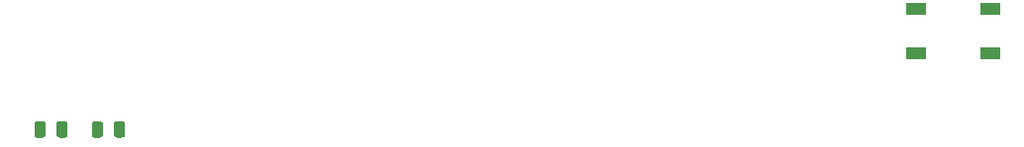
<source format=gbr>
%TF.GenerationSoftware,KiCad,Pcbnew,5.1.6*%
%TF.CreationDate,2020-10-16T15:45:10+02:00*%
%TF.ProjectId,prominny_kicad,70726f6d-696e-46e7-995f-6b696361642e,rev?*%
%TF.SameCoordinates,Original*%
%TF.FileFunction,Paste,Bot*%
%TF.FilePolarity,Positive*%
%FSLAX46Y46*%
G04 Gerber Fmt 4.6, Leading zero omitted, Abs format (unit mm)*
G04 Created by KiCad (PCBNEW 5.1.6) date 2020-10-16 15:45:10*
%MOMM*%
%LPD*%
G01*
G04 APERTURE LIST*
%ADD10R,1.700000X1.000000*%
G04 APERTURE END LIST*
D10*
%TO.C,SW2*%
X226973400Y-115861300D03*
X220673400Y-115861300D03*
X226973400Y-119661300D03*
X220673400Y-119661300D03*
%TD*%
%TO.C,R2*%
G36*
G01*
X152046700Y-126654550D02*
X152046700Y-125742050D01*
G75*
G02*
X152290450Y-125498300I243750J0D01*
G01*
X152777950Y-125498300D01*
G75*
G02*
X153021700Y-125742050I0J-243750D01*
G01*
X153021700Y-126654550D01*
G75*
G02*
X152777950Y-126898300I-243750J0D01*
G01*
X152290450Y-126898300D01*
G75*
G02*
X152046700Y-126654550I0J243750D01*
G01*
G37*
G36*
G01*
X150171700Y-126654550D02*
X150171700Y-125742050D01*
G75*
G02*
X150415450Y-125498300I243750J0D01*
G01*
X150902950Y-125498300D01*
G75*
G02*
X151146700Y-125742050I0J-243750D01*
G01*
X151146700Y-126654550D01*
G75*
G02*
X150902950Y-126898300I-243750J0D01*
G01*
X150415450Y-126898300D01*
G75*
G02*
X150171700Y-126654550I0J243750D01*
G01*
G37*
%TD*%
%TO.C,R1*%
G36*
G01*
X147140700Y-126654550D02*
X147140700Y-125742050D01*
G75*
G02*
X147384450Y-125498300I243750J0D01*
G01*
X147871950Y-125498300D01*
G75*
G02*
X148115700Y-125742050I0J-243750D01*
G01*
X148115700Y-126654550D01*
G75*
G02*
X147871950Y-126898300I-243750J0D01*
G01*
X147384450Y-126898300D01*
G75*
G02*
X147140700Y-126654550I0J243750D01*
G01*
G37*
G36*
G01*
X145265700Y-126654550D02*
X145265700Y-125742050D01*
G75*
G02*
X145509450Y-125498300I243750J0D01*
G01*
X145996950Y-125498300D01*
G75*
G02*
X146240700Y-125742050I0J-243750D01*
G01*
X146240700Y-126654550D01*
G75*
G02*
X145996950Y-126898300I-243750J0D01*
G01*
X145509450Y-126898300D01*
G75*
G02*
X145265700Y-126654550I0J243750D01*
G01*
G37*
%TD*%
M02*

</source>
